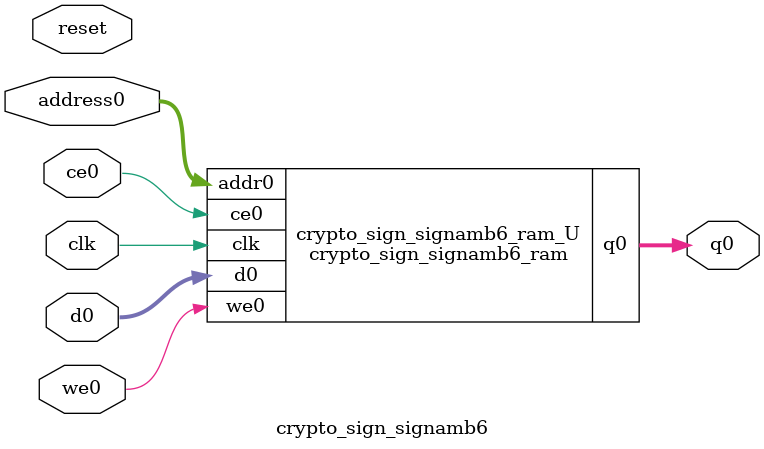
<source format=v>
`timescale 1 ns / 1 ps
module crypto_sign_signamb6_ram (addr0, ce0, d0, we0, q0,  clk);

parameter DWIDTH = 23;
parameter AWIDTH = 12;
parameter MEM_SIZE = 4096;

input[AWIDTH-1:0] addr0;
input ce0;
input[DWIDTH-1:0] d0;
input we0;
output reg[DWIDTH-1:0] q0;
input clk;

(* ram_style = "block" *)reg [DWIDTH-1:0] ram[0:MEM_SIZE-1];




always @(posedge clk)  
begin 
    if (ce0) begin
        if (we0) 
            ram[addr0] <= d0; 
        q0 <= ram[addr0];
    end
end


endmodule

`timescale 1 ns / 1 ps
module crypto_sign_signamb6(
    reset,
    clk,
    address0,
    ce0,
    we0,
    d0,
    q0);

parameter DataWidth = 32'd23;
parameter AddressRange = 32'd4096;
parameter AddressWidth = 32'd12;
input reset;
input clk;
input[AddressWidth - 1:0] address0;
input ce0;
input we0;
input[DataWidth - 1:0] d0;
output[DataWidth - 1:0] q0;



crypto_sign_signamb6_ram crypto_sign_signamb6_ram_U(
    .clk( clk ),
    .addr0( address0 ),
    .ce0( ce0 ),
    .we0( we0 ),
    .d0( d0 ),
    .q0( q0 ));

endmodule


</source>
